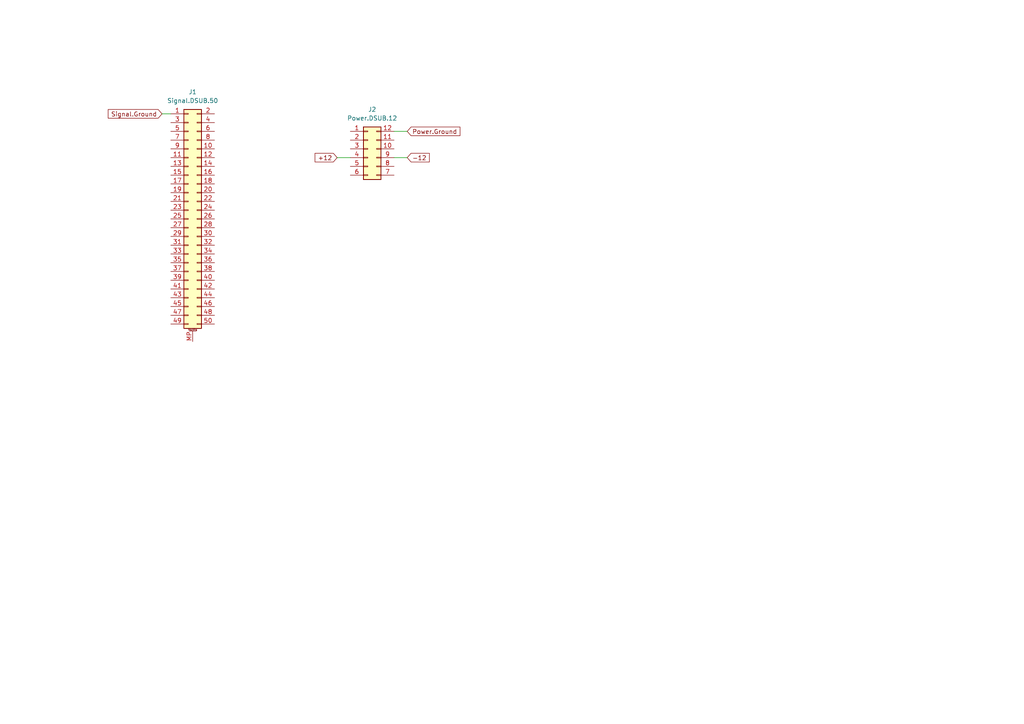
<source format=kicad_sch>
(kicad_sch (version 20230121) (generator eeschema)
  (paper "A4")
  (lib_symbols
    (symbol "Connector_Generic:Conn_02x06_Counter_Clockwise" (pin_names (offset 1.016) hide)
      (property "Reference" "J" (at 1.27 7.62 0))
      (property "Value" "Conn_02x06_Counter_Clockwise" (at 1.27 -10.16 0))
      (symbol "Conn_02x06_Counter_Clockwise_1_1"
        (rectangle (start -1.27 -7.493) (end 0 -7.747) (stroke (width 0.1524)))
        (rectangle (start -1.27 -4.953) (end 0 -5.207) (stroke (width 0.1524)))
        (rectangle (start -1.27 -2.413) (end 0 -2.667) (stroke (width 0.1524)))
        (rectangle (start -1.27 0.127) (end 0 -0.127) (stroke (width 0.1524)))
        (rectangle (start -1.27 2.667) (end 0 2.413) (stroke (width 0.1524)))
        (rectangle (start -1.27 5.207) (end 0 4.953) (stroke (width 0.1524)))
        (rectangle (start -1.27 6.35) (end 3.81 -8.89) (stroke (width 0.254)) (fill (type background)))
        (rectangle (start 3.81 -7.493) (end 2.54 -7.747) (stroke (width 0.1524)))
        (rectangle (start 3.81 -4.953) (end 2.54 -5.207) (stroke (width 0.1524)))
        (rectangle (start 3.81 -2.413) (end 2.54 -2.667) (stroke (width 0.1524)))
        (rectangle (start 3.81 0.127) (end 2.54 -0.127) (stroke (width 0.1524)))
        (rectangle (start 3.81 2.667) (end 2.54 2.413) (stroke (width 0.1524)))
        (rectangle (start 3.81 5.207) (end 2.54 4.953) (stroke (width 0.1524)))
        (pin passive line (at -5.08 5.08 0) (length 3.81) (name "Pin_1") (number "1"))
        (pin passive line (at 7.62 0 180) (length 3.81) (name "Pin_10") (number "10"))
        (pin passive line (at 7.62 2.54 180) (length 3.81) (name "Pin_11") (number "11"))
        (pin passive line (at 7.62 5.08 180) (length 3.81) (name "Pin_12") (number "12"))
        (pin passive line (at -5.08 2.54 0) (length 3.81) (name "Pin_2") (number "2"))
        (pin passive line (at -5.08 0 0) (length 3.81) (name "Pin_3") (number "3"))
        (pin passive line (at -5.08 -2.54 0) (length 3.81) (name "Pin_4") (number "4"))
        (pin passive line (at -5.08 -5.08 0) (length 3.81) (name "Pin_5") (number "5"))
        (pin passive line (at -5.08 -7.62 0) (length 3.81) (name "Pin_6") (number "6"))
        (pin passive line (at 7.62 -7.62 180) (length 3.81) (name "Pin_7") (number "7"))
        (pin passive line (at 7.62 -5.08 180) (length 3.81) (name "Pin_8") (number "8"))
        (pin passive line (at 7.62 -2.54 180) (length 3.81) (name "Pin_9") (number "9"))
      )
    )
    (symbol "Connector_Generic_MountingPin:Conn_02x25_Odd_Even_MountingPin" (pin_names (offset 1.016) hide)
      (property "Reference" "J" (at 1.27 33.02 0))
      (property "Value" "Conn_02x25_Odd_Even_MountingPin" (at 2.54 -33.02 0))
      (symbol "Conn_02x25_Odd_Even_MountingPin_1_1"
        (rectangle (start -1.27 -30.353) (end 0 -30.607) (stroke (width 0.1524)))
        (rectangle (start -1.27 -27.813) (end 0 -28.067) (stroke (width 0.1524)))
        (rectangle (start -1.27 -25.273) (end 0 -25.527) (stroke (width 0.1524)))
        (rectangle (start -1.27 -22.733) (end 0 -22.987) (stroke (width 0.1524)))
        (rectangle (start -1.27 -20.193) (end 0 -20.447) (stroke (width 0.1524)))
        (rectangle (start -1.27 -17.653) (end 0 -17.907) (stroke (width 0.1524)))
        (rectangle (start -1.27 -15.113) (end 0 -15.367) (stroke (width 0.1524)))
        (rectangle (start -1.27 -12.573) (end 0 -12.827) (stroke (width 0.1524)))
        (rectangle (start -1.27 -10.033) (end 0 -10.287) (stroke (width 0.1524)))
        (rectangle (start -1.27 -7.493) (end 0 -7.747) (stroke (width 0.1524)))
        (rectangle (start -1.27 -4.953) (end 0 -5.207) (stroke (width 0.1524)))
        (rectangle (start -1.27 -2.413) (end 0 -2.667) (stroke (width 0.1524)))
        (rectangle (start -1.27 0.127) (end 0 -0.127) (stroke (width 0.1524)))
        (rectangle (start -1.27 2.667) (end 0 2.413) (stroke (width 0.1524)))
        (rectangle (start -1.27 5.207) (end 0 4.953) (stroke (width 0.1524)))
        (rectangle (start -1.27 7.747) (end 0 7.493) (stroke (width 0.1524)))
        (rectangle (start -1.27 10.287) (end 0 10.033) (stroke (width 0.1524)))
        (rectangle (start -1.27 12.827) (end 0 12.573) (stroke (width 0.1524)))
        (rectangle (start -1.27 15.367) (end 0 15.113) (stroke (width 0.1524)))
        (rectangle (start -1.27 17.907) (end 0 17.653) (stroke (width 0.1524)))
        (rectangle (start -1.27 20.447) (end 0 20.193) (stroke (width 0.1524)))
        (rectangle (start -1.27 22.987) (end 0 22.733) (stroke (width 0.1524)))
        (rectangle (start -1.27 25.527) (end 0 25.273) (stroke (width 0.1524)))
        (rectangle (start -1.27 28.067) (end 0 27.813) (stroke (width 0.1524)))
        (rectangle (start -1.27 30.607) (end 0 30.353) (stroke (width 0.1524)))
        (rectangle (start -1.27 31.75) (end 3.81 -31.75) (stroke (width 0.254)) (fill (type background)))
        (polyline (pts (xy 0.254 -32.512) (xy 2.286 -32.512)) (stroke (width 0.1524)))
        (rectangle (start 3.81 -30.353) (end 2.54 -30.607) (stroke (width 0.1524)))
        (rectangle (start 3.81 -27.813) (end 2.54 -28.067) (stroke (width 0.1524)))
        (rectangle (start 3.81 -25.273) (end 2.54 -25.527) (stroke (width 0.1524)))
        (rectangle (start 3.81 -22.733) (end 2.54 -22.987) (stroke (width 0.1524)))
        (rectangle (start 3.81 -20.193) (end 2.54 -20.447) (stroke (width 0.1524)))
        (rectangle (start 3.81 -17.653) (end 2.54 -17.907) (stroke (width 0.1524)))
        (rectangle (start 3.81 -15.113) (end 2.54 -15.367) (stroke (width 0.1524)))
        (rectangle (start 3.81 -12.573) (end 2.54 -12.827) (stroke (width 0.1524)))
        (rectangle (start 3.81 -10.033) (end 2.54 -10.287) (stroke (width 0.1524)))
        (rectangle (start 3.81 -7.493) (end 2.54 -7.747) (stroke (width 0.1524)))
        (rectangle (start 3.81 -4.953) (end 2.54 -5.207) (stroke (width 0.1524)))
        (rectangle (start 3.81 -2.413) (end 2.54 -2.667) (stroke (width 0.1524)))
        (rectangle (start 3.81 0.127) (end 2.54 -0.127) (stroke (width 0.1524)))
        (rectangle (start 3.81 2.667) (end 2.54 2.413) (stroke (width 0.1524)))
        (rectangle (start 3.81 5.207) (end 2.54 4.953) (stroke (width 0.1524)))
        (rectangle (start 3.81 7.747) (end 2.54 7.493) (stroke (width 0.1524)))
        (rectangle (start 3.81 10.287) (end 2.54 10.033) (stroke (width 0.1524)))
        (rectangle (start 3.81 12.827) (end 2.54 12.573) (stroke (width 0.1524)))
        (rectangle (start 3.81 15.367) (end 2.54 15.113) (stroke (width 0.1524)))
        (rectangle (start 3.81 17.907) (end 2.54 17.653) (stroke (width 0.1524)))
        (rectangle (start 3.81 20.447) (end 2.54 20.193) (stroke (width 0.1524)))
        (rectangle (start 3.81 22.987) (end 2.54 22.733) (stroke (width 0.1524)))
        (rectangle (start 3.81 25.527) (end 2.54 25.273) (stroke (width 0.1524)))
        (rectangle (start 3.81 28.067) (end 2.54 27.813) (stroke (width 0.1524)))
        (rectangle (start 3.81 30.607) (end 2.54 30.353) (stroke (width 0.1524)))
        (text "Mounting" (at 1.27 -32.131 0) (effects (font (size 0.381 0.381))))
        (pin passive line (at -5.08 30.48 0) (length 3.81) (name "Pin_1") (number "1"))
        (pin passive line (at 7.62 20.32 180) (length 3.81) (name "Pin_10") (number "10"))
        (pin passive line (at -5.08 17.78 0) (length 3.81) (name "Pin_11") (number "11"))
        (pin passive line (at 7.62 17.78 180) (length 3.81) (name "Pin_12") (number "12"))
        (pin passive line (at -5.08 15.24 0) (length 3.81) (name "Pin_13") (number "13"))
        (pin passive line (at 7.62 15.24 180) (length 3.81) (name "Pin_14") (number "14"))
        (pin passive line (at -5.08 12.7 0) (length 3.81) (name "Pin_15") (number "15"))
        (pin passive line (at 7.62 12.7 180) (length 3.81) (name "Pin_16") (number "16"))
        (pin passive line (at -5.08 10.16 0) (length 3.81) (name "Pin_17") (number "17"))
        (pin passive line (at 7.62 10.16 180) (length 3.81) (name "Pin_18") (number "18"))
        (pin passive line (at -5.08 7.62 0) (length 3.81) (name "Pin_19") (number "19"))
        (pin passive line (at 7.62 30.48 180) (length 3.81) (name "Pin_2") (number "2"))
        (pin passive line (at 7.62 7.62 180) (length 3.81) (name "Pin_20") (number "20"))
        (pin passive line (at -5.08 5.08 0) (length 3.81) (name "Pin_21") (number "21"))
        (pin passive line (at 7.62 5.08 180) (length 3.81) (name "Pin_22") (number "22"))
        (pin passive line (at -5.08 2.54 0) (length 3.81) (name "Pin_23") (number "23"))
        (pin passive line (at 7.62 2.54 180) (length 3.81) (name "Pin_24") (number "24"))
        (pin passive line (at -5.08 0 0) (length 3.81) (name "Pin_25") (number "25"))
        (pin passive line (at 7.62 0 180) (length 3.81) (name "Pin_26") (number "26"))
        (pin passive line (at -5.08 -2.54 0) (length 3.81) (name "Pin_27") (number "27"))
        (pin passive line (at 7.62 -2.54 180) (length 3.81) (name "Pin_28") (number "28"))
        (pin passive line (at -5.08 -5.08 0) (length 3.81) (name "Pin_29") (number "29"))
        (pin passive line (at -5.08 27.94 0) (length 3.81) (name "Pin_3") (number "3"))
        (pin passive line (at 7.62 -5.08 180) (length 3.81) (name "Pin_30") (number "30"))
        (pin passive line (at -5.08 -7.62 0) (length 3.81) (name "Pin_31") (number "31"))
        (pin passive line (at 7.62 -7.62 180) (length 3.81) (name "Pin_32") (number "32"))
        (pin passive line (at -5.08 -10.16 0) (length 3.81) (name "Pin_33") (number "33"))
        (pin passive line (at 7.62 -10.16 180) (length 3.81) (name "Pin_34") (number "34"))
        (pin passive line (at -5.08 -12.7 0) (length 3.81) (name "Pin_35") (number "35"))
        (pin passive line (at 7.62 -12.7 180) (length 3.81) (name "Pin_36") (number "36"))
        (pin passive line (at -5.08 -15.24 0) (length 3.81) (name "Pin_37") (number "37"))
        (pin passive line (at 7.62 -15.24 180) (length 3.81) (name "Pin_38") (number "38"))
        (pin passive line (at -5.08 -17.78 0) (length 3.81) (name "Pin_39") (number "39"))
        (pin passive line (at 7.62 27.94 180) (length 3.81) (name "Pin_4") (number "4"))
        (pin passive line (at 7.62 -17.78 180) (length 3.81) (name "Pin_40") (number "40"))
        (pin passive line (at -5.08 -20.32 0) (length 3.81) (name "Pin_41") (number "41"))
        (pin passive line (at 7.62 -20.32 180) (length 3.81) (name "Pin_42") (number "42"))
        (pin passive line (at -5.08 -22.86 0) (length 3.81) (name "Pin_43") (number "43"))
        (pin passive line (at 7.62 -22.86 180) (length 3.81) (name "Pin_44") (number "44"))
        (pin passive line (at -5.08 -25.4 0) (length 3.81) (name "Pin_45") (number "45"))
        (pin passive line (at 7.62 -25.4 180) (length 3.81) (name "Pin_46") (number "46"))
        (pin passive line (at -5.08 -27.94 0) (length 3.81) (name "Pin_47") (number "47"))
        (pin passive line (at 7.62 -27.94 180) (length 3.81) (name "Pin_48") (number "48"))
        (pin passive line (at -5.08 -30.48 0) (length 3.81) (name "Pin_49") (number "49"))
        (pin passive line (at -5.08 25.4 0) (length 3.81) (name "Pin_5") (number "5"))
        (pin passive line (at 7.62 -30.48 180) (length 3.81) (name "Pin_50") (number "50"))
        (pin passive line (at 7.62 25.4 180) (length 3.81) (name "Pin_6") (number "6"))
        (pin passive line (at -5.08 22.86 0) (length 3.81) (name "Pin_7") (number "7"))
        (pin passive line (at 7.62 22.86 180) (length 3.81) (name "Pin_8") (number "8"))
        (pin passive line (at -5.08 20.32 0) (length 3.81) (name "Pin_9") (number "9"))
        (pin passive line (at 1.27 -35.56 90) (length 3.048) (name "MountPin") (number "MP"))
      )
    )
  )
  (wire (pts (xy 114.3 45.72) (xy 118.11 45.72)))
  (wire (pts (xy 114.3 38.1) (xy 118.11 38.1)))
  (wire (pts (xy 46.99 33.02) (xy 49.53 33.02)))
  (wire (pts (xy 97.79 45.72) (xy 101.6 45.72)))
  (global_label "-12" (shape input) (at 118.11 45.72 0) (property "Intersheetrefs" "${INTERSHEET_REFS}" (effects hide)))
  (global_label "+12" (shape input) (at 97.79 45.72 180) (property "Intersheetrefs" "${INTERSHEET_REFS}" (effects hide)))
  (global_label "Signal.Ground" (shape input) (at 46.99 33.02 180) (property "Intersheetrefs" "${INTERSHEET_REFS}" (effects hide)))
  (global_label "Power.Ground" (shape input) (at 118.11 38.1 0) (property "Intersheetrefs" "${INTERSHEET_REFS}" (effects hide)))
  (symbol (lib_id "Connector_Generic_MountingPin:Conn_02x25_Odd_Even_MountingPin") (at 54.61 63.5 0) (unit 1)
    (property "Reference" "J1" (at 55.88 26.67 0))
    (property "Value" "Signal.DSUB.50" (at 55.88 29.21 0))
  )
  (symbol (lib_id "Connector_Generic:Conn_02x06_Counter_Clockwise") (at 106.68 43.18 0) (unit 1)
    (property "Reference" "J2" (at 107.95 31.75 0))
    (property "Value" "Power.DSUB.12" (at 107.95 34.29 0))
  )
)
</source>
